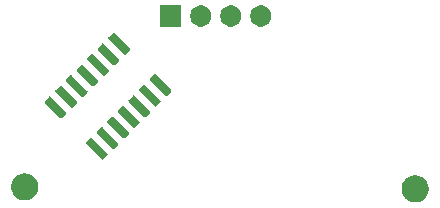
<source format=gbr>
G04 #@! TF.GenerationSoftware,KiCad,Pcbnew,(5.1.5)-3*
G04 #@! TF.CreationDate,2021-02-16T09:18:19-06:00*
G04 #@! TF.ProjectId,HallSensorSMD_9_Pos,48616c6c-5365-46e7-936f-72534d445f39,rev?*
G04 #@! TF.SameCoordinates,Original*
G04 #@! TF.FileFunction,Soldermask,Bot*
G04 #@! TF.FilePolarity,Negative*
%FSLAX46Y46*%
G04 Gerber Fmt 4.6, Leading zero omitted, Abs format (unit mm)*
G04 Created by KiCad (PCBNEW (5.1.5)-3) date 2021-02-16 09:18:19*
%MOMM*%
%LPD*%
G04 APERTURE LIST*
%ADD10C,0.100000*%
G04 APERTURE END LIST*
D10*
G36*
X146734549Y-61761116D02*
G01*
X146845734Y-61783232D01*
X147055203Y-61869997D01*
X147243720Y-61995960D01*
X147404040Y-62156280D01*
X147530003Y-62344797D01*
X147616768Y-62554266D01*
X147661000Y-62776636D01*
X147661000Y-63003364D01*
X147616768Y-63225734D01*
X147530003Y-63435203D01*
X147404040Y-63623720D01*
X147243720Y-63784040D01*
X147055203Y-63910003D01*
X146845734Y-63996768D01*
X146734549Y-64018884D01*
X146623365Y-64041000D01*
X146396635Y-64041000D01*
X146285451Y-64018884D01*
X146174266Y-63996768D01*
X145964797Y-63910003D01*
X145776280Y-63784040D01*
X145615960Y-63623720D01*
X145489997Y-63435203D01*
X145403232Y-63225734D01*
X145359000Y-63003364D01*
X145359000Y-62776636D01*
X145403232Y-62554266D01*
X145489997Y-62344797D01*
X145615960Y-62156280D01*
X145776280Y-61995960D01*
X145964797Y-61869997D01*
X146174266Y-61783232D01*
X146285451Y-61761116D01*
X146396635Y-61739000D01*
X146623365Y-61739000D01*
X146734549Y-61761116D01*
G37*
G36*
X113674549Y-61591116D02*
G01*
X113785734Y-61613232D01*
X113995203Y-61699997D01*
X114183720Y-61825960D01*
X114344040Y-61986280D01*
X114470003Y-62174797D01*
X114556768Y-62384266D01*
X114601000Y-62606636D01*
X114601000Y-62833364D01*
X114556768Y-63055734D01*
X114470003Y-63265203D01*
X114344040Y-63453720D01*
X114183720Y-63614040D01*
X113995203Y-63740003D01*
X113785734Y-63826768D01*
X113674549Y-63848884D01*
X113563365Y-63871000D01*
X113336635Y-63871000D01*
X113225451Y-63848884D01*
X113114266Y-63826768D01*
X112904797Y-63740003D01*
X112716280Y-63614040D01*
X112555960Y-63453720D01*
X112429997Y-63265203D01*
X112343232Y-63055734D01*
X112299000Y-62833364D01*
X112299000Y-62606636D01*
X112343232Y-62384266D01*
X112429997Y-62174797D01*
X112555960Y-61986280D01*
X112716280Y-61825960D01*
X112904797Y-61699997D01*
X113114266Y-61613232D01*
X113225451Y-61591116D01*
X113336635Y-61569000D01*
X113563365Y-61569000D01*
X113674549Y-61591116D01*
G37*
G36*
X119110943Y-58561850D02*
G01*
X119132024Y-58568246D01*
X119151460Y-58578634D01*
X119173257Y-58596522D01*
X120455756Y-59879021D01*
X120473644Y-59900818D01*
X120484032Y-59920254D01*
X120490428Y-59941335D01*
X120492587Y-59963263D01*
X120490428Y-59985191D01*
X120484032Y-60006272D01*
X120473644Y-60025708D01*
X120455756Y-60047505D01*
X120127851Y-60375410D01*
X120106054Y-60393298D01*
X120086618Y-60403686D01*
X120065537Y-60410082D01*
X120043609Y-60412241D01*
X120021681Y-60410082D01*
X120000600Y-60403686D01*
X119981164Y-60393298D01*
X119959367Y-60375410D01*
X118676868Y-59092911D01*
X118658980Y-59071114D01*
X118648592Y-59051678D01*
X118642196Y-59030597D01*
X118640037Y-59008669D01*
X118642196Y-58986741D01*
X118648592Y-58965660D01*
X118658980Y-58946224D01*
X118676868Y-58924427D01*
X119004773Y-58596522D01*
X119026570Y-58578634D01*
X119046006Y-58568246D01*
X119067087Y-58561850D01*
X119089015Y-58559691D01*
X119110943Y-58561850D01*
G37*
G36*
X120008969Y-57663825D02*
G01*
X120030050Y-57670221D01*
X120049486Y-57680609D01*
X120071283Y-57698497D01*
X121353782Y-58980996D01*
X121371670Y-59002793D01*
X121382058Y-59022229D01*
X121388454Y-59043310D01*
X121390613Y-59065238D01*
X121388454Y-59087166D01*
X121382058Y-59108247D01*
X121371670Y-59127683D01*
X121353782Y-59149480D01*
X121025877Y-59477385D01*
X121004080Y-59495273D01*
X120984644Y-59505661D01*
X120963563Y-59512057D01*
X120941635Y-59514216D01*
X120919707Y-59512057D01*
X120898626Y-59505661D01*
X120879190Y-59495273D01*
X120857393Y-59477385D01*
X119574894Y-58194886D01*
X119557006Y-58173089D01*
X119546618Y-58153653D01*
X119540222Y-58132572D01*
X119538063Y-58110644D01*
X119540222Y-58088716D01*
X119546618Y-58067635D01*
X119557006Y-58048199D01*
X119574894Y-58026402D01*
X119902799Y-57698497D01*
X119924596Y-57680609D01*
X119944032Y-57670221D01*
X119965113Y-57663825D01*
X119987041Y-57661666D01*
X120008969Y-57663825D01*
G37*
G36*
X120906995Y-56765799D02*
G01*
X120928076Y-56772195D01*
X120947512Y-56782583D01*
X120969309Y-56800471D01*
X122251808Y-58082970D01*
X122269696Y-58104767D01*
X122280084Y-58124203D01*
X122286480Y-58145284D01*
X122288639Y-58167212D01*
X122286480Y-58189140D01*
X122280084Y-58210221D01*
X122269696Y-58229657D01*
X122251808Y-58251454D01*
X121923903Y-58579359D01*
X121902106Y-58597247D01*
X121882670Y-58607635D01*
X121861589Y-58614031D01*
X121839661Y-58616190D01*
X121817733Y-58614031D01*
X121796652Y-58607635D01*
X121777216Y-58597247D01*
X121755419Y-58579359D01*
X120472920Y-57296860D01*
X120455032Y-57275063D01*
X120444644Y-57255627D01*
X120438248Y-57234546D01*
X120436089Y-57212618D01*
X120438248Y-57190690D01*
X120444644Y-57169609D01*
X120455032Y-57150173D01*
X120472920Y-57128376D01*
X120800825Y-56800471D01*
X120822622Y-56782583D01*
X120842058Y-56772195D01*
X120863139Y-56765799D01*
X120885067Y-56763640D01*
X120906995Y-56765799D01*
G37*
G36*
X121805020Y-55867773D02*
G01*
X121826101Y-55874169D01*
X121845537Y-55884557D01*
X121867334Y-55902445D01*
X123149833Y-57184944D01*
X123167721Y-57206741D01*
X123178109Y-57226177D01*
X123184505Y-57247258D01*
X123186664Y-57269186D01*
X123184505Y-57291114D01*
X123178109Y-57312195D01*
X123167721Y-57331631D01*
X123149833Y-57353428D01*
X122821928Y-57681333D01*
X122800131Y-57699221D01*
X122780695Y-57709609D01*
X122759614Y-57716005D01*
X122737686Y-57718164D01*
X122715758Y-57716005D01*
X122694677Y-57709609D01*
X122675241Y-57699221D01*
X122653444Y-57681333D01*
X121370945Y-56398834D01*
X121353057Y-56377037D01*
X121342669Y-56357601D01*
X121336273Y-56336520D01*
X121334114Y-56314592D01*
X121336273Y-56292664D01*
X121342669Y-56271583D01*
X121353057Y-56252147D01*
X121370945Y-56230350D01*
X121698850Y-55902445D01*
X121720647Y-55884557D01*
X121740083Y-55874169D01*
X121761164Y-55867773D01*
X121783092Y-55865614D01*
X121805020Y-55867773D01*
G37*
G36*
X115610765Y-55061672D02*
G01*
X115631846Y-55068068D01*
X115651282Y-55078456D01*
X115673079Y-55096344D01*
X116955578Y-56378843D01*
X116973466Y-56400640D01*
X116983854Y-56420076D01*
X116990250Y-56441157D01*
X116992409Y-56463085D01*
X116990250Y-56485013D01*
X116983854Y-56506094D01*
X116973466Y-56525530D01*
X116955578Y-56547327D01*
X116627673Y-56875232D01*
X116605876Y-56893120D01*
X116586440Y-56903508D01*
X116565359Y-56909904D01*
X116543431Y-56912063D01*
X116521503Y-56909904D01*
X116500422Y-56903508D01*
X116480986Y-56893120D01*
X116459189Y-56875232D01*
X115176690Y-55592733D01*
X115158802Y-55570936D01*
X115148414Y-55551500D01*
X115142018Y-55530419D01*
X115139859Y-55508491D01*
X115142018Y-55486563D01*
X115148414Y-55465482D01*
X115158802Y-55446046D01*
X115176690Y-55424249D01*
X115504595Y-55096344D01*
X115526392Y-55078456D01*
X115545828Y-55068068D01*
X115566909Y-55061672D01*
X115588837Y-55059513D01*
X115610765Y-55061672D01*
G37*
G36*
X122703046Y-54969748D02*
G01*
X122724127Y-54976144D01*
X122743563Y-54986532D01*
X122765360Y-55004420D01*
X124047859Y-56286919D01*
X124065747Y-56308716D01*
X124076135Y-56328152D01*
X124082531Y-56349233D01*
X124084690Y-56371161D01*
X124082531Y-56393089D01*
X124076135Y-56414170D01*
X124065747Y-56433606D01*
X124047859Y-56455403D01*
X123719954Y-56783308D01*
X123698157Y-56801196D01*
X123678721Y-56811584D01*
X123657640Y-56817980D01*
X123635712Y-56820139D01*
X123613784Y-56817980D01*
X123592703Y-56811584D01*
X123573267Y-56801196D01*
X123551470Y-56783308D01*
X122268971Y-55500809D01*
X122251083Y-55479012D01*
X122240695Y-55459576D01*
X122234299Y-55438495D01*
X122232140Y-55416567D01*
X122234299Y-55394639D01*
X122240695Y-55373558D01*
X122251083Y-55354122D01*
X122268971Y-55332325D01*
X122596876Y-55004420D01*
X122618673Y-54986532D01*
X122638109Y-54976144D01*
X122659190Y-54969748D01*
X122681118Y-54967589D01*
X122703046Y-54969748D01*
G37*
G36*
X116508790Y-54163646D02*
G01*
X116529871Y-54170042D01*
X116549307Y-54180430D01*
X116571104Y-54198318D01*
X117853603Y-55480817D01*
X117871491Y-55502614D01*
X117881879Y-55522050D01*
X117888275Y-55543131D01*
X117890434Y-55565059D01*
X117888275Y-55586987D01*
X117881879Y-55608068D01*
X117871491Y-55627504D01*
X117853603Y-55649301D01*
X117525698Y-55977206D01*
X117503901Y-55995094D01*
X117484465Y-56005482D01*
X117463384Y-56011878D01*
X117441456Y-56014037D01*
X117419528Y-56011878D01*
X117398447Y-56005482D01*
X117379011Y-55995094D01*
X117357214Y-55977206D01*
X116074715Y-54694707D01*
X116056827Y-54672910D01*
X116046439Y-54653474D01*
X116040043Y-54632393D01*
X116037884Y-54610465D01*
X116040043Y-54588537D01*
X116046439Y-54567456D01*
X116056827Y-54548020D01*
X116074715Y-54526223D01*
X116402620Y-54198318D01*
X116424417Y-54180430D01*
X116443853Y-54170042D01*
X116464934Y-54163646D01*
X116486862Y-54161487D01*
X116508790Y-54163646D01*
G37*
G36*
X123601072Y-54071722D02*
G01*
X123622153Y-54078118D01*
X123641589Y-54088506D01*
X123663386Y-54106394D01*
X124945885Y-55388893D01*
X124963773Y-55410690D01*
X124974161Y-55430126D01*
X124980557Y-55451207D01*
X124982716Y-55473135D01*
X124980557Y-55495063D01*
X124974161Y-55516144D01*
X124963773Y-55535580D01*
X124945885Y-55557377D01*
X124617980Y-55885282D01*
X124596183Y-55903170D01*
X124576747Y-55913558D01*
X124555666Y-55919954D01*
X124533738Y-55922113D01*
X124511810Y-55919954D01*
X124490729Y-55913558D01*
X124471293Y-55903170D01*
X124449496Y-55885282D01*
X123166997Y-54602783D01*
X123149109Y-54580986D01*
X123138721Y-54561550D01*
X123132325Y-54540469D01*
X123130166Y-54518541D01*
X123132325Y-54496613D01*
X123138721Y-54475532D01*
X123149109Y-54456096D01*
X123166997Y-54434299D01*
X123494902Y-54106394D01*
X123516699Y-54088506D01*
X123536135Y-54078118D01*
X123557216Y-54071722D01*
X123579144Y-54069563D01*
X123601072Y-54071722D01*
G37*
G36*
X117406816Y-53265620D02*
G01*
X117427897Y-53272016D01*
X117447333Y-53282404D01*
X117469130Y-53300292D01*
X118751629Y-54582791D01*
X118769517Y-54604588D01*
X118779905Y-54624024D01*
X118786301Y-54645105D01*
X118788460Y-54667033D01*
X118786301Y-54688961D01*
X118779905Y-54710042D01*
X118769517Y-54729478D01*
X118751629Y-54751275D01*
X118423724Y-55079180D01*
X118401927Y-55097068D01*
X118382491Y-55107456D01*
X118361410Y-55113852D01*
X118339482Y-55116011D01*
X118317554Y-55113852D01*
X118296473Y-55107456D01*
X118277037Y-55097068D01*
X118255240Y-55079180D01*
X116972741Y-53796681D01*
X116954853Y-53774884D01*
X116944465Y-53755448D01*
X116938069Y-53734367D01*
X116935910Y-53712439D01*
X116938069Y-53690511D01*
X116944465Y-53669430D01*
X116954853Y-53649994D01*
X116972741Y-53628197D01*
X117300646Y-53300292D01*
X117322443Y-53282404D01*
X117341879Y-53272016D01*
X117362960Y-53265620D01*
X117384888Y-53263461D01*
X117406816Y-53265620D01*
G37*
G36*
X124499097Y-53173696D02*
G01*
X124520178Y-53180092D01*
X124539614Y-53190480D01*
X124561411Y-53208368D01*
X125843910Y-54490867D01*
X125861798Y-54512664D01*
X125872186Y-54532100D01*
X125878582Y-54553181D01*
X125880741Y-54575109D01*
X125878582Y-54597037D01*
X125872186Y-54618118D01*
X125861798Y-54637554D01*
X125843910Y-54659351D01*
X125516005Y-54987256D01*
X125494208Y-55005144D01*
X125474772Y-55015532D01*
X125453691Y-55021928D01*
X125431763Y-55024087D01*
X125409835Y-55021928D01*
X125388754Y-55015532D01*
X125369318Y-55005144D01*
X125347521Y-54987256D01*
X124065022Y-53704757D01*
X124047134Y-53682960D01*
X124036746Y-53663524D01*
X124030350Y-53642443D01*
X124028191Y-53620515D01*
X124030350Y-53598587D01*
X124036746Y-53577506D01*
X124047134Y-53558070D01*
X124065022Y-53536273D01*
X124392927Y-53208368D01*
X124414724Y-53190480D01*
X124434160Y-53180092D01*
X124455241Y-53173696D01*
X124477169Y-53171537D01*
X124499097Y-53173696D01*
G37*
G36*
X118304842Y-52367595D02*
G01*
X118325923Y-52373991D01*
X118345359Y-52384379D01*
X118367156Y-52402267D01*
X119649655Y-53684766D01*
X119667543Y-53706563D01*
X119677931Y-53725999D01*
X119684327Y-53747080D01*
X119686486Y-53769008D01*
X119684327Y-53790936D01*
X119677931Y-53812017D01*
X119667543Y-53831453D01*
X119649655Y-53853250D01*
X119321750Y-54181155D01*
X119299953Y-54199043D01*
X119280517Y-54209431D01*
X119259436Y-54215827D01*
X119237508Y-54217986D01*
X119215580Y-54215827D01*
X119194499Y-54209431D01*
X119175063Y-54199043D01*
X119153266Y-54181155D01*
X117870767Y-52898656D01*
X117852879Y-52876859D01*
X117842491Y-52857423D01*
X117836095Y-52836342D01*
X117833936Y-52814414D01*
X117836095Y-52792486D01*
X117842491Y-52771405D01*
X117852879Y-52751969D01*
X117870767Y-52730172D01*
X118198672Y-52402267D01*
X118220469Y-52384379D01*
X118239905Y-52373991D01*
X118260986Y-52367595D01*
X118282914Y-52365436D01*
X118304842Y-52367595D01*
G37*
G36*
X119202867Y-51469569D02*
G01*
X119223948Y-51475965D01*
X119243384Y-51486353D01*
X119265181Y-51504241D01*
X120547680Y-52786740D01*
X120565568Y-52808537D01*
X120575956Y-52827973D01*
X120582352Y-52849054D01*
X120584511Y-52870982D01*
X120582352Y-52892910D01*
X120575956Y-52913991D01*
X120565568Y-52933427D01*
X120547680Y-52955224D01*
X120219775Y-53283129D01*
X120197978Y-53301017D01*
X120178542Y-53311405D01*
X120157461Y-53317801D01*
X120135533Y-53319960D01*
X120113605Y-53317801D01*
X120092524Y-53311405D01*
X120073088Y-53301017D01*
X120051291Y-53283129D01*
X118768792Y-52000630D01*
X118750904Y-51978833D01*
X118740516Y-51959397D01*
X118734120Y-51938316D01*
X118731961Y-51916388D01*
X118734120Y-51894460D01*
X118740516Y-51873379D01*
X118750904Y-51853943D01*
X118768792Y-51832146D01*
X119096697Y-51504241D01*
X119118494Y-51486353D01*
X119137930Y-51475965D01*
X119159011Y-51469569D01*
X119180939Y-51467410D01*
X119202867Y-51469569D01*
G37*
G36*
X120100893Y-50571543D02*
G01*
X120121974Y-50577939D01*
X120141410Y-50588327D01*
X120163207Y-50606215D01*
X121445706Y-51888714D01*
X121463594Y-51910511D01*
X121473982Y-51929947D01*
X121480378Y-51951028D01*
X121482537Y-51972956D01*
X121480378Y-51994884D01*
X121473982Y-52015965D01*
X121463594Y-52035401D01*
X121445706Y-52057198D01*
X121117801Y-52385103D01*
X121096004Y-52402991D01*
X121076568Y-52413379D01*
X121055487Y-52419775D01*
X121033559Y-52421934D01*
X121011631Y-52419775D01*
X120990550Y-52413379D01*
X120971114Y-52402991D01*
X120949317Y-52385103D01*
X119666818Y-51102604D01*
X119648930Y-51080807D01*
X119638542Y-51061371D01*
X119632146Y-51040290D01*
X119629987Y-51018362D01*
X119632146Y-50996434D01*
X119638542Y-50975353D01*
X119648930Y-50955917D01*
X119666818Y-50934120D01*
X119994723Y-50606215D01*
X120016520Y-50588327D01*
X120035956Y-50577939D01*
X120057037Y-50571543D01*
X120078965Y-50569384D01*
X120100893Y-50571543D01*
G37*
G36*
X120998919Y-49673518D02*
G01*
X121020000Y-49679914D01*
X121039436Y-49690302D01*
X121061233Y-49708190D01*
X122343732Y-50990689D01*
X122361620Y-51012486D01*
X122372008Y-51031922D01*
X122378404Y-51053003D01*
X122380563Y-51074931D01*
X122378404Y-51096859D01*
X122372008Y-51117940D01*
X122361620Y-51137376D01*
X122343732Y-51159173D01*
X122015827Y-51487078D01*
X121994030Y-51504966D01*
X121974594Y-51515354D01*
X121953513Y-51521750D01*
X121931585Y-51523909D01*
X121909657Y-51521750D01*
X121888576Y-51515354D01*
X121869140Y-51504966D01*
X121847343Y-51487078D01*
X120564844Y-50204579D01*
X120546956Y-50182782D01*
X120536568Y-50163346D01*
X120530172Y-50142265D01*
X120528013Y-50120337D01*
X120530172Y-50098409D01*
X120536568Y-50077328D01*
X120546956Y-50057892D01*
X120564844Y-50036095D01*
X120892749Y-49708190D01*
X120914546Y-49690302D01*
X120933982Y-49679914D01*
X120955063Y-49673518D01*
X120976991Y-49671359D01*
X120998919Y-49673518D01*
G37*
G36*
X133552412Y-47353927D02*
G01*
X133701712Y-47383624D01*
X133865684Y-47451544D01*
X134013254Y-47550147D01*
X134138753Y-47675646D01*
X134237356Y-47823216D01*
X134305276Y-47987188D01*
X134339900Y-48161259D01*
X134339900Y-48338741D01*
X134305276Y-48512812D01*
X134237356Y-48676784D01*
X134138753Y-48824354D01*
X134013254Y-48949853D01*
X133865684Y-49048456D01*
X133701712Y-49116376D01*
X133552412Y-49146073D01*
X133527642Y-49151000D01*
X133350158Y-49151000D01*
X133325388Y-49146073D01*
X133176088Y-49116376D01*
X133012116Y-49048456D01*
X132864546Y-48949853D01*
X132739047Y-48824354D01*
X132640444Y-48676784D01*
X132572524Y-48512812D01*
X132537900Y-48338741D01*
X132537900Y-48161259D01*
X132572524Y-47987188D01*
X132640444Y-47823216D01*
X132739047Y-47675646D01*
X132864546Y-47550147D01*
X133012116Y-47451544D01*
X133176088Y-47383624D01*
X133325388Y-47353927D01*
X133350158Y-47349000D01*
X133527642Y-47349000D01*
X133552412Y-47353927D01*
G37*
G36*
X131012412Y-47353927D02*
G01*
X131161712Y-47383624D01*
X131325684Y-47451544D01*
X131473254Y-47550147D01*
X131598753Y-47675646D01*
X131697356Y-47823216D01*
X131765276Y-47987188D01*
X131799900Y-48161259D01*
X131799900Y-48338741D01*
X131765276Y-48512812D01*
X131697356Y-48676784D01*
X131598753Y-48824354D01*
X131473254Y-48949853D01*
X131325684Y-49048456D01*
X131161712Y-49116376D01*
X131012412Y-49146073D01*
X130987642Y-49151000D01*
X130810158Y-49151000D01*
X130785388Y-49146073D01*
X130636088Y-49116376D01*
X130472116Y-49048456D01*
X130324546Y-48949853D01*
X130199047Y-48824354D01*
X130100444Y-48676784D01*
X130032524Y-48512812D01*
X129997900Y-48338741D01*
X129997900Y-48161259D01*
X130032524Y-47987188D01*
X130100444Y-47823216D01*
X130199047Y-47675646D01*
X130324546Y-47550147D01*
X130472116Y-47451544D01*
X130636088Y-47383624D01*
X130785388Y-47353927D01*
X130810158Y-47349000D01*
X130987642Y-47349000D01*
X131012412Y-47353927D01*
G37*
G36*
X128472412Y-47353927D02*
G01*
X128621712Y-47383624D01*
X128785684Y-47451544D01*
X128933254Y-47550147D01*
X129058753Y-47675646D01*
X129157356Y-47823216D01*
X129225276Y-47987188D01*
X129259900Y-48161259D01*
X129259900Y-48338741D01*
X129225276Y-48512812D01*
X129157356Y-48676784D01*
X129058753Y-48824354D01*
X128933254Y-48949853D01*
X128785684Y-49048456D01*
X128621712Y-49116376D01*
X128472412Y-49146073D01*
X128447642Y-49151000D01*
X128270158Y-49151000D01*
X128245388Y-49146073D01*
X128096088Y-49116376D01*
X127932116Y-49048456D01*
X127784546Y-48949853D01*
X127659047Y-48824354D01*
X127560444Y-48676784D01*
X127492524Y-48512812D01*
X127457900Y-48338741D01*
X127457900Y-48161259D01*
X127492524Y-47987188D01*
X127560444Y-47823216D01*
X127659047Y-47675646D01*
X127784546Y-47550147D01*
X127932116Y-47451544D01*
X128096088Y-47383624D01*
X128245388Y-47353927D01*
X128270158Y-47349000D01*
X128447642Y-47349000D01*
X128472412Y-47353927D01*
G37*
G36*
X126719900Y-49151000D02*
G01*
X124917900Y-49151000D01*
X124917900Y-47349000D01*
X126719900Y-47349000D01*
X126719900Y-49151000D01*
G37*
M02*

</source>
